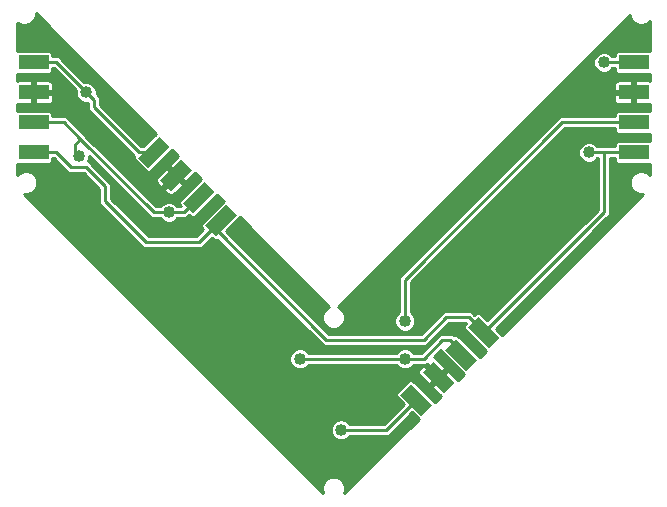
<source format=gbl>
G75*
%MOIN*%
%OFA0B0*%
%FSLAX25Y25*%
%IPPOS*%
%LPD*%
%AMOC8*
5,1,8,0,0,1.08239X$1,22.5*
%
%ADD10R,0.10000X0.05000*%
%ADD11C,0.01000*%
%ADD12C,0.04000*%
D10*
G36*
X0229066Y0116553D02*
X0236136Y0109483D01*
X0232600Y0105947D01*
X0225530Y0113017D01*
X0229066Y0116553D01*
G37*
G36*
X0236566Y0124053D02*
X0243636Y0116983D01*
X0240100Y0113447D01*
X0233030Y0120517D01*
X0236566Y0124053D01*
G37*
G36*
X0244066Y0131553D02*
X0251136Y0124483D01*
X0247600Y0120947D01*
X0240530Y0128017D01*
X0244066Y0131553D01*
G37*
G36*
X0251566Y0139053D02*
X0258636Y0131983D01*
X0255100Y0128447D01*
X0248030Y0135517D01*
X0251566Y0139053D01*
G37*
G36*
X0160530Y0169483D02*
X0167600Y0176553D01*
X0171136Y0173017D01*
X0164066Y0165947D01*
X0160530Y0169483D01*
G37*
G36*
X0153030Y0176983D02*
X0160100Y0184053D01*
X0163636Y0180517D01*
X0156566Y0173447D01*
X0153030Y0176983D01*
G37*
G36*
X0145530Y0184483D02*
X0152600Y0191553D01*
X0156136Y0188017D01*
X0149066Y0180947D01*
X0145530Y0184483D01*
G37*
G36*
X0138030Y0191983D02*
X0145100Y0199053D01*
X0148636Y0195517D01*
X0141566Y0188447D01*
X0138030Y0191983D01*
G37*
X0103333Y0193750D03*
X0103333Y0203750D03*
X0103333Y0213750D03*
X0103333Y0223750D03*
X0303333Y0223750D03*
X0303333Y0213750D03*
X0303333Y0203750D03*
X0303333Y0193750D03*
D11*
X0222472Y0105717D02*
X0174336Y0105717D01*
X0175334Y0104719D02*
X0205062Y0104719D01*
X0205137Y0104750D02*
X0203851Y0104217D01*
X0202866Y0103233D01*
X0202333Y0101946D01*
X0202333Y0100554D01*
X0202866Y0099267D01*
X0203851Y0098283D01*
X0205137Y0097750D01*
X0206530Y0097750D01*
X0207816Y0098283D01*
X0208783Y0099250D01*
X0221662Y0099250D01*
X0229561Y0107149D01*
X0231661Y0105048D01*
X0206710Y0080096D01*
X0207133Y0081119D01*
X0207133Y0082631D01*
X0206555Y0084028D01*
X0205486Y0085096D01*
X0204089Y0085675D01*
X0202577Y0085675D01*
X0201181Y0085096D01*
X0200112Y0084028D01*
X0199533Y0082631D01*
X0199533Y0081119D01*
X0199957Y0080096D01*
X0100103Y0179950D01*
X0101589Y0179950D01*
X0102986Y0180529D01*
X0104055Y0181597D01*
X0104633Y0182994D01*
X0104633Y0184506D01*
X0104055Y0185903D01*
X0102986Y0186971D01*
X0101589Y0187550D01*
X0100077Y0187550D01*
X0098681Y0186971D01*
X0097933Y0186224D01*
X0097933Y0189950D01*
X0108872Y0189950D01*
X0109633Y0190712D01*
X0109633Y0191750D01*
X0110005Y0191750D01*
X0113833Y0187922D01*
X0115005Y0186750D01*
X0120005Y0186750D01*
X0125083Y0181672D01*
X0125083Y0176672D01*
X0126255Y0175500D01*
X0138833Y0162922D01*
X0140005Y0161750D01*
X0159162Y0161750D01*
X0160333Y0162922D01*
X0162793Y0165381D01*
X0163527Y0164647D01*
X0164604Y0164647D01*
X0164606Y0164649D01*
X0198833Y0130422D01*
X0200005Y0129250D01*
X0234162Y0129250D01*
X0241662Y0136750D01*
X0247424Y0136750D01*
X0246730Y0136056D01*
X0246730Y0134979D01*
X0254161Y0127548D01*
X0252035Y0125422D01*
X0244604Y0132853D01*
X0243527Y0132853D01*
X0243418Y0132744D01*
X0242912Y0133250D01*
X0238755Y0133250D01*
X0232505Y0127000D01*
X0230033Y0127000D01*
X0229066Y0127967D01*
X0227780Y0128500D01*
X0226387Y0128500D01*
X0225101Y0127967D01*
X0224134Y0127000D01*
X0195033Y0127000D01*
X0194066Y0127967D01*
X0192780Y0128500D01*
X0191387Y0128500D01*
X0190101Y0127967D01*
X0189116Y0126983D01*
X0188583Y0125696D01*
X0188583Y0124304D01*
X0189116Y0123017D01*
X0190101Y0122033D01*
X0191387Y0121500D01*
X0192780Y0121500D01*
X0194066Y0122033D01*
X0195033Y0123000D01*
X0224134Y0123000D01*
X0225101Y0122033D01*
X0226387Y0121500D01*
X0227780Y0121500D01*
X0229066Y0122033D01*
X0230033Y0123000D01*
X0234162Y0123000D01*
X0234476Y0123314D01*
X0238333Y0119457D01*
X0237626Y0118750D01*
X0233384Y0122993D01*
X0231830Y0121439D01*
X0231632Y0121097D01*
X0231530Y0120715D01*
X0231530Y0120320D01*
X0231632Y0119939D01*
X0231830Y0119597D01*
X0235151Y0116275D01*
X0237626Y0118750D01*
X0238333Y0118043D01*
X0235858Y0115568D01*
X0239020Y0112406D01*
X0237035Y0110422D01*
X0229604Y0117853D01*
X0228527Y0117853D01*
X0224230Y0113556D01*
X0224230Y0112479D01*
X0226732Y0109977D01*
X0220005Y0103250D01*
X0208783Y0103250D01*
X0207816Y0104217D01*
X0206530Y0104750D01*
X0205137Y0104750D01*
X0206605Y0104719D02*
X0221474Y0104719D01*
X0220475Y0103720D02*
X0208313Y0103720D01*
X0205833Y0101250D02*
X0220833Y0101250D01*
X0230833Y0111250D01*
X0233752Y0113705D02*
X0237721Y0113705D01*
X0238720Y0112707D02*
X0234750Y0112707D01*
X0235749Y0111708D02*
X0238322Y0111708D01*
X0237323Y0110710D02*
X0236748Y0110710D01*
X0236723Y0114704D02*
X0232753Y0114704D01*
X0231755Y0115702D02*
X0235993Y0115702D01*
X0235577Y0116701D02*
X0236991Y0116701D01*
X0236576Y0117699D02*
X0237990Y0117699D01*
X0237678Y0118698D02*
X0237574Y0118698D01*
X0238333Y0119457D02*
X0239040Y0118750D01*
X0241515Y0121225D01*
X0244677Y0118063D01*
X0246661Y0120048D01*
X0239230Y0127479D01*
X0239230Y0128068D01*
X0236715Y0125553D01*
X0236763Y0125553D01*
X0237145Y0125451D01*
X0237487Y0125254D01*
X0240808Y0121932D01*
X0238333Y0119457D01*
X0238094Y0119696D02*
X0236680Y0119696D01*
X0237095Y0120695D02*
X0235681Y0120695D01*
X0236097Y0121693D02*
X0234683Y0121693D01*
X0235098Y0122692D02*
X0233684Y0122692D01*
X0233083Y0122692D02*
X0229725Y0122692D01*
X0228246Y0121693D02*
X0232084Y0121693D01*
X0231530Y0120695D02*
X0159358Y0120695D01*
X0158360Y0121693D02*
X0190920Y0121693D01*
X0189442Y0122692D02*
X0157361Y0122692D01*
X0156363Y0123690D02*
X0188837Y0123690D01*
X0188583Y0124689D02*
X0155364Y0124689D01*
X0154366Y0125687D02*
X0188583Y0125687D01*
X0188993Y0126686D02*
X0153367Y0126686D01*
X0152369Y0127684D02*
X0189818Y0127684D01*
X0192083Y0125000D02*
X0227083Y0125000D01*
X0233333Y0125000D01*
X0239583Y0131250D01*
X0242083Y0131250D01*
X0245833Y0127500D01*
X0245833Y0126250D01*
X0243019Y0123690D02*
X0239050Y0123690D01*
X0240048Y0122692D02*
X0244017Y0122692D01*
X0245016Y0121693D02*
X0240570Y0121693D01*
X0240985Y0120695D02*
X0239571Y0120695D01*
X0239987Y0119696D02*
X0238573Y0119696D01*
X0242045Y0120695D02*
X0246014Y0120695D01*
X0246310Y0119696D02*
X0243044Y0119696D01*
X0244042Y0118698D02*
X0245311Y0118698D01*
X0242020Y0124689D02*
X0238051Y0124689D01*
X0236849Y0125687D02*
X0241022Y0125687D01*
X0240023Y0126686D02*
X0237848Y0126686D01*
X0238846Y0127684D02*
X0239230Y0127684D01*
X0236185Y0130680D02*
X0235592Y0130680D01*
X0235186Y0129682D02*
X0234593Y0129682D01*
X0234188Y0128683D02*
X0151370Y0128683D01*
X0150372Y0129682D02*
X0199573Y0129682D01*
X0198575Y0130680D02*
X0149373Y0130680D01*
X0148375Y0131679D02*
X0197576Y0131679D01*
X0196578Y0132677D02*
X0147376Y0132677D01*
X0146378Y0133676D02*
X0195579Y0133676D01*
X0194581Y0134674D02*
X0145379Y0134674D01*
X0144381Y0135673D02*
X0193582Y0135673D01*
X0192584Y0136671D02*
X0143382Y0136671D01*
X0142384Y0137670D02*
X0191585Y0137670D01*
X0190587Y0138668D02*
X0141385Y0138668D01*
X0140387Y0139667D02*
X0189588Y0139667D01*
X0188590Y0140665D02*
X0139388Y0140665D01*
X0138389Y0141664D02*
X0187591Y0141664D01*
X0186593Y0142662D02*
X0137391Y0142662D01*
X0136392Y0143661D02*
X0185594Y0143661D01*
X0184596Y0144659D02*
X0135394Y0144659D01*
X0134395Y0145658D02*
X0183597Y0145658D01*
X0182599Y0146656D02*
X0133397Y0146656D01*
X0132398Y0147655D02*
X0181600Y0147655D01*
X0180602Y0148653D02*
X0131400Y0148653D01*
X0130401Y0149652D02*
X0179603Y0149652D01*
X0178605Y0150650D02*
X0129403Y0150650D01*
X0128404Y0151649D02*
X0177606Y0151649D01*
X0176608Y0152647D02*
X0127406Y0152647D01*
X0126407Y0153646D02*
X0175609Y0153646D01*
X0174611Y0154644D02*
X0125409Y0154644D01*
X0124410Y0155643D02*
X0173612Y0155643D01*
X0172614Y0156641D02*
X0123412Y0156641D01*
X0122413Y0157640D02*
X0171615Y0157640D01*
X0170617Y0158638D02*
X0121415Y0158638D01*
X0120416Y0159637D02*
X0169618Y0159637D01*
X0168620Y0160635D02*
X0119418Y0160635D01*
X0118419Y0161634D02*
X0167621Y0161634D01*
X0166623Y0162632D02*
X0160044Y0162632D01*
X0161043Y0163631D02*
X0165624Y0163631D01*
X0164625Y0164629D02*
X0162041Y0164629D01*
X0158333Y0163750D02*
X0140833Y0163750D01*
X0127083Y0177500D01*
X0127083Y0182500D01*
X0120833Y0188750D01*
X0115833Y0188750D01*
X0110833Y0193750D01*
X0103333Y0193750D01*
X0109633Y0191589D02*
X0110166Y0191589D01*
X0109513Y0190591D02*
X0111164Y0190591D01*
X0112163Y0189592D02*
X0097933Y0189592D01*
X0097933Y0188594D02*
X0113161Y0188594D01*
X0114160Y0187595D02*
X0097933Y0187595D01*
X0097933Y0186597D02*
X0098306Y0186597D01*
X0103361Y0186597D02*
X0120158Y0186597D01*
X0121157Y0185598D02*
X0104181Y0185598D01*
X0104594Y0184600D02*
X0122155Y0184600D01*
X0123154Y0183601D02*
X0104633Y0183601D01*
X0104471Y0182603D02*
X0124152Y0182603D01*
X0125083Y0181604D02*
X0104058Y0181604D01*
X0103063Y0180606D02*
X0125083Y0180606D01*
X0125083Y0179607D02*
X0100446Y0179607D01*
X0101445Y0178609D02*
X0125083Y0178609D01*
X0125083Y0177610D02*
X0102443Y0177610D01*
X0103442Y0176612D02*
X0125143Y0176612D01*
X0126142Y0175613D02*
X0104440Y0175613D01*
X0105439Y0174615D02*
X0127140Y0174615D01*
X0128139Y0173616D02*
X0106437Y0173616D01*
X0107436Y0172618D02*
X0129137Y0172618D01*
X0130136Y0171619D02*
X0108434Y0171619D01*
X0109433Y0170620D02*
X0131134Y0170620D01*
X0132133Y0169622D02*
X0110431Y0169622D01*
X0111430Y0168623D02*
X0133131Y0168623D01*
X0134130Y0167625D02*
X0112428Y0167625D01*
X0113427Y0166626D02*
X0135128Y0166626D01*
X0136127Y0165628D02*
X0114425Y0165628D01*
X0115424Y0164629D02*
X0137125Y0164629D01*
X0138124Y0163631D02*
X0116422Y0163631D01*
X0117421Y0162632D02*
X0139123Y0162632D01*
X0141662Y0165750D02*
X0129083Y0178328D01*
X0129083Y0183328D01*
X0122833Y0189578D01*
X0121662Y0190750D01*
X0121397Y0190750D01*
X0121833Y0191804D01*
X0121833Y0192422D01*
X0142505Y0171750D01*
X0145384Y0171750D01*
X0146351Y0170783D01*
X0147637Y0170250D01*
X0149030Y0170250D01*
X0150316Y0170783D01*
X0151283Y0171750D01*
X0154162Y0171750D01*
X0155293Y0172881D01*
X0156027Y0172147D01*
X0157104Y0172147D01*
X0164535Y0179578D01*
X0166661Y0177452D01*
X0159230Y0170021D01*
X0159230Y0168944D01*
X0159964Y0168209D01*
X0157505Y0165750D01*
X0141662Y0165750D01*
X0140785Y0166626D02*
X0158381Y0166626D01*
X0159380Y0167625D02*
X0139787Y0167625D01*
X0138788Y0168623D02*
X0159550Y0168623D01*
X0159230Y0169622D02*
X0137790Y0169622D01*
X0136791Y0170620D02*
X0146743Y0170620D01*
X0145515Y0171619D02*
X0135793Y0171619D01*
X0134794Y0172618D02*
X0141637Y0172618D01*
X0140639Y0173616D02*
X0133796Y0173616D01*
X0132797Y0174615D02*
X0139640Y0174615D01*
X0138642Y0175613D02*
X0131799Y0175613D01*
X0130800Y0176612D02*
X0137643Y0176612D01*
X0136645Y0177610D02*
X0129802Y0177610D01*
X0129083Y0178609D02*
X0135646Y0178609D01*
X0134648Y0179607D02*
X0129083Y0179607D01*
X0129083Y0180606D02*
X0133649Y0180606D01*
X0132651Y0181604D02*
X0129083Y0181604D01*
X0129083Y0182603D02*
X0131652Y0182603D01*
X0130654Y0183601D02*
X0128811Y0183601D01*
X0129655Y0184600D02*
X0127812Y0184600D01*
X0128657Y0185598D02*
X0126814Y0185598D01*
X0127658Y0186597D02*
X0125815Y0186597D01*
X0126660Y0187595D02*
X0124817Y0187595D01*
X0125661Y0188594D02*
X0123818Y0188594D01*
X0124663Y0189592D02*
X0122820Y0189592D01*
X0123664Y0190591D02*
X0121821Y0190591D01*
X0121744Y0191589D02*
X0122666Y0191589D01*
X0125327Y0194585D02*
X0134670Y0194585D01*
X0133672Y0195583D02*
X0124328Y0195583D01*
X0123330Y0196582D02*
X0132673Y0196582D01*
X0131675Y0197580D02*
X0122331Y0197580D01*
X0121333Y0198579D02*
X0130676Y0198579D01*
X0129678Y0199577D02*
X0120334Y0199577D01*
X0119787Y0200125D02*
X0114162Y0205750D01*
X0109633Y0205750D01*
X0109633Y0206788D01*
X0108872Y0207550D01*
X0097933Y0207550D01*
X0097933Y0209804D01*
X0098136Y0209750D01*
X0102833Y0209750D01*
X0102833Y0213250D01*
X0103833Y0213250D01*
X0103833Y0209750D01*
X0108531Y0209750D01*
X0108912Y0209852D01*
X0109254Y0210050D01*
X0109534Y0210329D01*
X0109731Y0210671D01*
X0109833Y0211053D01*
X0109833Y0213250D01*
X0103833Y0213250D01*
X0103833Y0214250D01*
X0102833Y0214250D01*
X0102833Y0217750D01*
X0098136Y0217750D01*
X0097933Y0217696D01*
X0097933Y0219950D01*
X0108872Y0219950D01*
X0109633Y0220712D01*
X0109633Y0221750D01*
X0110005Y0221750D01*
X0117333Y0214422D01*
X0117333Y0213054D01*
X0117866Y0211767D01*
X0118851Y0210783D01*
X0120137Y0210250D01*
X0121333Y0210250D01*
X0121333Y0209578D01*
X0121333Y0207922D01*
X0136333Y0192922D01*
X0136333Y0192922D01*
X0136732Y0192523D01*
X0136730Y0192521D01*
X0136730Y0191444D01*
X0141027Y0187147D01*
X0142104Y0187147D01*
X0149535Y0194578D01*
X0151520Y0192593D01*
X0148358Y0189432D01*
X0150833Y0186957D01*
X0150126Y0186250D01*
X0150833Y0185543D01*
X0146591Y0181300D01*
X0148145Y0179746D01*
X0148487Y0179549D01*
X0148868Y0179447D01*
X0149263Y0179447D01*
X0149645Y0179549D01*
X0149987Y0179746D01*
X0153308Y0183068D01*
X0150833Y0185543D01*
X0151540Y0186250D01*
X0154015Y0183775D01*
X0157177Y0186937D01*
X0159161Y0184952D01*
X0151730Y0177521D01*
X0151730Y0176444D01*
X0152424Y0175750D01*
X0151283Y0175750D01*
X0150316Y0176717D01*
X0149030Y0177250D01*
X0147637Y0177250D01*
X0146351Y0176717D01*
X0145384Y0175750D01*
X0144162Y0175750D01*
X0120958Y0198953D01*
X0119787Y0200125D01*
X0119336Y0200576D02*
X0128679Y0200576D01*
X0127681Y0201574D02*
X0118337Y0201574D01*
X0117339Y0202573D02*
X0126682Y0202573D01*
X0125684Y0203571D02*
X0116340Y0203571D01*
X0115342Y0204570D02*
X0124685Y0204570D01*
X0123687Y0205568D02*
X0114343Y0205568D01*
X0113333Y0203750D02*
X0118958Y0198125D01*
X0117083Y0196250D01*
X0117083Y0193750D01*
X0118333Y0192500D01*
X0118958Y0198125D02*
X0143333Y0173750D01*
X0148333Y0173750D01*
X0153333Y0173750D01*
X0158333Y0178750D01*
X0155813Y0181604D02*
X0151844Y0181604D01*
X0150846Y0180606D02*
X0154815Y0180606D01*
X0153816Y0179607D02*
X0149745Y0179607D01*
X0148386Y0179607D02*
X0140305Y0179607D01*
X0141303Y0178609D02*
X0152818Y0178609D01*
X0151819Y0177610D02*
X0142302Y0177610D01*
X0143300Y0176612D02*
X0146245Y0176612D01*
X0150422Y0176612D02*
X0151730Y0176612D01*
X0155029Y0172618D02*
X0155556Y0172618D01*
X0157575Y0172618D02*
X0161827Y0172618D01*
X0162825Y0173616D02*
X0158573Y0173616D01*
X0159572Y0174615D02*
X0163824Y0174615D01*
X0164822Y0175613D02*
X0160570Y0175613D01*
X0161569Y0176612D02*
X0165821Y0176612D01*
X0166503Y0177610D02*
X0162567Y0177610D01*
X0163566Y0178609D02*
X0165505Y0178609D01*
X0158809Y0184600D02*
X0154840Y0184600D01*
X0155838Y0185598D02*
X0158515Y0185598D01*
X0157517Y0186597D02*
X0156837Y0186597D01*
X0157810Y0183601D02*
X0152775Y0183601D01*
X0152843Y0182603D02*
X0156812Y0182603D01*
X0153191Y0184600D02*
X0151777Y0184600D01*
X0152192Y0185598D02*
X0150889Y0185598D01*
X0150778Y0185598D02*
X0149474Y0185598D01*
X0150126Y0186250D02*
X0145884Y0182007D01*
X0144330Y0183561D01*
X0144132Y0183903D01*
X0144030Y0184285D01*
X0144030Y0184680D01*
X0144132Y0185061D01*
X0144330Y0185403D01*
X0147651Y0188725D01*
X0150126Y0186250D01*
X0149780Y0186597D02*
X0150473Y0186597D01*
X0150833Y0186250D02*
X0145833Y0181250D01*
X0142083Y0181250D01*
X0139306Y0180606D02*
X0147285Y0180606D01*
X0146895Y0181604D02*
X0138308Y0181604D01*
X0137309Y0182603D02*
X0145288Y0182603D01*
X0146479Y0182603D02*
X0147893Y0182603D01*
X0147477Y0183601D02*
X0148892Y0183601D01*
X0148476Y0184600D02*
X0149890Y0184600D01*
X0145523Y0186597D02*
X0133315Y0186597D01*
X0132317Y0187595D02*
X0140579Y0187595D01*
X0139580Y0188594D02*
X0131318Y0188594D01*
X0130320Y0189592D02*
X0138582Y0189592D01*
X0137583Y0190591D02*
X0129321Y0190591D01*
X0128323Y0191589D02*
X0136730Y0191589D01*
X0136667Y0192588D02*
X0127324Y0192588D01*
X0126325Y0193586D02*
X0135669Y0193586D01*
X0138333Y0193750D02*
X0123333Y0208750D01*
X0123333Y0211250D01*
X0120833Y0213750D01*
X0110833Y0223750D01*
X0103333Y0223750D01*
X0108333Y0223750D01*
X0109633Y0225750D02*
X0109633Y0226788D01*
X0108872Y0227550D01*
X0097933Y0227550D01*
X0097933Y0236901D01*
X0098056Y0236779D01*
X0099452Y0236200D01*
X0100964Y0236200D01*
X0102361Y0236779D01*
X0103430Y0237847D01*
X0104008Y0239244D01*
X0104008Y0240105D01*
X0144161Y0199952D01*
X0139959Y0195750D01*
X0139162Y0195750D01*
X0125333Y0209578D01*
X0125333Y0212078D01*
X0124333Y0213078D01*
X0124333Y0214446D01*
X0123800Y0215733D01*
X0122816Y0216717D01*
X0121530Y0217250D01*
X0120162Y0217250D01*
X0112833Y0224578D01*
X0111662Y0225750D01*
X0109633Y0225750D01*
X0109633Y0226537D02*
X0117576Y0226537D01*
X0116578Y0227536D02*
X0108886Y0227536D01*
X0111873Y0225539D02*
X0118575Y0225539D01*
X0119573Y0224540D02*
X0112872Y0224540D01*
X0112833Y0224578D02*
X0112833Y0224578D01*
X0113870Y0223542D02*
X0120572Y0223542D01*
X0121570Y0222543D02*
X0114869Y0222543D01*
X0115867Y0221545D02*
X0122569Y0221545D01*
X0123567Y0220546D02*
X0116866Y0220546D01*
X0117864Y0219548D02*
X0124566Y0219548D01*
X0125564Y0218549D02*
X0118863Y0218549D01*
X0119861Y0217551D02*
X0126563Y0217551D01*
X0127561Y0216552D02*
X0122981Y0216552D01*
X0123875Y0215553D02*
X0128560Y0215553D01*
X0129559Y0214555D02*
X0124288Y0214555D01*
X0124333Y0213556D02*
X0130557Y0213556D01*
X0131556Y0212558D02*
X0124854Y0212558D01*
X0125333Y0211559D02*
X0132554Y0211559D01*
X0133553Y0210561D02*
X0125333Y0210561D01*
X0125349Y0209562D02*
X0134551Y0209562D01*
X0135550Y0208564D02*
X0126348Y0208564D01*
X0127346Y0207565D02*
X0136548Y0207565D01*
X0137547Y0206567D02*
X0128345Y0206567D01*
X0129343Y0205568D02*
X0138545Y0205568D01*
X0139544Y0204570D02*
X0130342Y0204570D01*
X0131340Y0203571D02*
X0140542Y0203571D01*
X0141541Y0202573D02*
X0132339Y0202573D01*
X0133337Y0201574D02*
X0142539Y0201574D01*
X0143538Y0200576D02*
X0134336Y0200576D01*
X0135334Y0199577D02*
X0143787Y0199577D01*
X0142788Y0198579D02*
X0136333Y0198579D01*
X0137331Y0197580D02*
X0141790Y0197580D01*
X0140791Y0196582D02*
X0138330Y0196582D01*
X0138333Y0193750D02*
X0143333Y0193750D01*
X0145548Y0190591D02*
X0149517Y0190591D01*
X0150516Y0191589D02*
X0146547Y0191589D01*
X0147545Y0192588D02*
X0151514Y0192588D01*
X0150527Y0193586D02*
X0148544Y0193586D01*
X0148519Y0189592D02*
X0144550Y0189592D01*
X0143551Y0188594D02*
X0147520Y0188594D01*
X0147783Y0188594D02*
X0149197Y0188594D01*
X0148781Y0187595D02*
X0150195Y0187595D01*
X0146522Y0187595D02*
X0142553Y0187595D01*
X0144525Y0185598D02*
X0134314Y0185598D01*
X0135312Y0184600D02*
X0144030Y0184600D01*
X0144307Y0183601D02*
X0136311Y0183601D01*
X0149924Y0170620D02*
X0159830Y0170620D01*
X0160828Y0171619D02*
X0151152Y0171619D01*
X0158333Y0163750D02*
X0163333Y0168750D01*
X0165833Y0171250D01*
X0163333Y0168750D02*
X0200833Y0131250D01*
X0233333Y0131250D01*
X0240833Y0138750D01*
X0248333Y0138750D01*
X0253333Y0133750D01*
X0293333Y0173750D01*
X0293333Y0193750D01*
X0288333Y0193750D01*
X0303333Y0193750D01*
X0308733Y0189950D02*
X0297795Y0189950D01*
X0297033Y0190712D01*
X0297033Y0191750D01*
X0295333Y0191750D01*
X0295333Y0172922D01*
X0294162Y0171750D01*
X0257435Y0135023D01*
X0259535Y0132922D01*
X0306563Y0179950D01*
X0305077Y0179950D01*
X0303681Y0180529D01*
X0302612Y0181597D01*
X0302033Y0182994D01*
X0302033Y0184506D01*
X0302612Y0185903D01*
X0303681Y0186971D01*
X0305077Y0187550D01*
X0306589Y0187550D01*
X0307986Y0186971D01*
X0308733Y0186224D01*
X0308733Y0189950D01*
X0308733Y0189592D02*
X0295333Y0189592D01*
X0295333Y0188594D02*
X0308733Y0188594D01*
X0308733Y0187595D02*
X0295333Y0187595D01*
X0295333Y0186597D02*
X0303306Y0186597D01*
X0302486Y0185598D02*
X0295333Y0185598D01*
X0295333Y0184600D02*
X0302072Y0184600D01*
X0302033Y0183601D02*
X0295333Y0183601D01*
X0295333Y0182603D02*
X0302195Y0182603D01*
X0302609Y0181604D02*
X0295333Y0181604D01*
X0295333Y0180606D02*
X0303604Y0180606D01*
X0305222Y0178609D02*
X0295333Y0178609D01*
X0295333Y0179607D02*
X0306221Y0179607D01*
X0304224Y0177610D02*
X0295333Y0177610D01*
X0295333Y0176612D02*
X0303225Y0176612D01*
X0302227Y0175613D02*
X0295333Y0175613D01*
X0295333Y0174615D02*
X0301228Y0174615D01*
X0300230Y0173616D02*
X0295333Y0173616D01*
X0295029Y0172618D02*
X0299231Y0172618D01*
X0298232Y0171619D02*
X0294031Y0171619D01*
X0293032Y0170620D02*
X0297234Y0170620D01*
X0296235Y0169622D02*
X0292034Y0169622D01*
X0291035Y0168623D02*
X0295237Y0168623D01*
X0294238Y0167625D02*
X0290037Y0167625D01*
X0289038Y0166626D02*
X0293240Y0166626D01*
X0292241Y0165628D02*
X0288040Y0165628D01*
X0287041Y0164629D02*
X0291243Y0164629D01*
X0290244Y0163631D02*
X0286043Y0163631D01*
X0285044Y0162632D02*
X0289246Y0162632D01*
X0288247Y0161634D02*
X0284046Y0161634D01*
X0283047Y0160635D02*
X0287249Y0160635D01*
X0286250Y0159637D02*
X0282049Y0159637D01*
X0281050Y0158638D02*
X0285252Y0158638D01*
X0284253Y0157640D02*
X0280052Y0157640D01*
X0279053Y0156641D02*
X0283255Y0156641D01*
X0282256Y0155643D02*
X0278055Y0155643D01*
X0277056Y0154644D02*
X0281258Y0154644D01*
X0280259Y0153646D02*
X0276058Y0153646D01*
X0275059Y0152647D02*
X0279261Y0152647D01*
X0278262Y0151649D02*
X0274061Y0151649D01*
X0273062Y0150650D02*
X0277264Y0150650D01*
X0276265Y0149652D02*
X0272063Y0149652D01*
X0271065Y0148653D02*
X0275267Y0148653D01*
X0274268Y0147655D02*
X0270066Y0147655D01*
X0269068Y0146656D02*
X0273270Y0146656D01*
X0272271Y0145658D02*
X0268069Y0145658D01*
X0267071Y0144659D02*
X0271273Y0144659D01*
X0270274Y0143661D02*
X0266072Y0143661D01*
X0265074Y0142662D02*
X0269276Y0142662D01*
X0268277Y0141664D02*
X0264075Y0141664D01*
X0263077Y0140665D02*
X0267279Y0140665D01*
X0266280Y0139667D02*
X0262078Y0139667D01*
X0261080Y0138668D02*
X0265282Y0138668D01*
X0264283Y0137670D02*
X0260081Y0137670D01*
X0259083Y0136671D02*
X0263285Y0136671D01*
X0262286Y0135673D02*
X0258084Y0135673D01*
X0257783Y0134674D02*
X0261288Y0134674D01*
X0260289Y0133676D02*
X0258782Y0133676D01*
X0254606Y0137851D02*
X0252104Y0140353D01*
X0251027Y0140353D01*
X0250293Y0139619D01*
X0249162Y0140750D01*
X0240005Y0140750D01*
X0238833Y0139578D01*
X0232505Y0133250D01*
X0201662Y0133250D01*
X0167435Y0167477D01*
X0172035Y0172078D01*
X0201860Y0142253D01*
X0201181Y0141971D01*
X0200112Y0140903D01*
X0199533Y0139506D01*
X0199533Y0137994D01*
X0200112Y0136597D01*
X0201181Y0135529D01*
X0202577Y0134950D01*
X0204089Y0134950D01*
X0205486Y0135529D01*
X0206555Y0136597D01*
X0207133Y0137994D01*
X0207133Y0139506D01*
X0206555Y0140903D01*
X0205486Y0141971D01*
X0204806Y0142253D01*
X0205433Y0142880D01*
X0302033Y0239480D01*
X0302033Y0239244D01*
X0302612Y0237847D01*
X0303681Y0236779D01*
X0305077Y0236200D01*
X0306589Y0236200D01*
X0307986Y0236779D01*
X0308733Y0237526D01*
X0308733Y0227550D01*
X0297795Y0227550D01*
X0297033Y0226788D01*
X0297033Y0225750D01*
X0296283Y0225750D01*
X0295316Y0226717D01*
X0294030Y0227250D01*
X0292637Y0227250D01*
X0291351Y0226717D01*
X0290366Y0225733D01*
X0289833Y0224446D01*
X0289833Y0223054D01*
X0290366Y0221767D01*
X0291351Y0220783D01*
X0292637Y0220250D01*
X0294030Y0220250D01*
X0295316Y0220783D01*
X0296283Y0221750D01*
X0297033Y0221750D01*
X0297033Y0220712D01*
X0297795Y0219950D01*
X0308733Y0219950D01*
X0308733Y0217696D01*
X0308531Y0217750D01*
X0303833Y0217750D01*
X0303833Y0214250D01*
X0302833Y0214250D01*
X0302833Y0213250D01*
X0296833Y0213250D01*
X0296833Y0211053D01*
X0296936Y0210671D01*
X0297133Y0210329D01*
X0297412Y0210050D01*
X0297754Y0209852D01*
X0298136Y0209750D01*
X0302833Y0209750D01*
X0302833Y0213250D01*
X0303833Y0213250D01*
X0303833Y0209750D01*
X0308531Y0209750D01*
X0308733Y0209804D01*
X0308733Y0207550D01*
X0297795Y0207550D01*
X0297033Y0206788D01*
X0297033Y0205750D01*
X0278755Y0205750D01*
X0226255Y0153250D01*
X0225083Y0152078D01*
X0225083Y0140450D01*
X0224116Y0139483D01*
X0223583Y0138196D01*
X0223583Y0136804D01*
X0224116Y0135517D01*
X0225101Y0134533D01*
X0226387Y0134000D01*
X0227780Y0134000D01*
X0229066Y0134533D01*
X0230050Y0135517D01*
X0230583Y0136804D01*
X0230583Y0138196D01*
X0230050Y0139483D01*
X0229083Y0140450D01*
X0229083Y0150422D01*
X0280412Y0201750D01*
X0297033Y0201750D01*
X0297033Y0200712D01*
X0297795Y0199950D01*
X0308733Y0199950D01*
X0308733Y0197550D01*
X0297795Y0197550D01*
X0297033Y0196788D01*
X0297033Y0195750D01*
X0291283Y0195750D01*
X0290316Y0196717D01*
X0289030Y0197250D01*
X0287637Y0197250D01*
X0286351Y0196717D01*
X0285366Y0195733D01*
X0284833Y0194446D01*
X0284833Y0193054D01*
X0285366Y0191767D01*
X0286351Y0190783D01*
X0287637Y0190250D01*
X0289030Y0190250D01*
X0290316Y0190783D01*
X0291283Y0191750D01*
X0291333Y0191750D01*
X0291333Y0174578D01*
X0254606Y0137851D01*
X0253789Y0138668D02*
X0255423Y0138668D01*
X0256422Y0139667D02*
X0252791Y0139667D01*
X0250340Y0139667D02*
X0250245Y0139667D01*
X0249247Y0140665D02*
X0257420Y0140665D01*
X0258419Y0141664D02*
X0229083Y0141664D01*
X0229083Y0142662D02*
X0259417Y0142662D01*
X0260416Y0143661D02*
X0229083Y0143661D01*
X0229083Y0144659D02*
X0261414Y0144659D01*
X0262413Y0145658D02*
X0229083Y0145658D01*
X0229083Y0146656D02*
X0263411Y0146656D01*
X0264410Y0147655D02*
X0229083Y0147655D01*
X0229083Y0148653D02*
X0265408Y0148653D01*
X0266407Y0149652D02*
X0229083Y0149652D01*
X0229312Y0150650D02*
X0267405Y0150650D01*
X0268404Y0151649D02*
X0230311Y0151649D01*
X0231309Y0152647D02*
X0269402Y0152647D01*
X0270401Y0153646D02*
X0232308Y0153646D01*
X0233306Y0154644D02*
X0271399Y0154644D01*
X0272398Y0155643D02*
X0234305Y0155643D01*
X0235303Y0156641D02*
X0273396Y0156641D01*
X0274395Y0157640D02*
X0236302Y0157640D01*
X0237300Y0158638D02*
X0275393Y0158638D01*
X0276392Y0159637D02*
X0238299Y0159637D01*
X0239297Y0160635D02*
X0277390Y0160635D01*
X0278389Y0161634D02*
X0240296Y0161634D01*
X0241294Y0162632D02*
X0279387Y0162632D01*
X0280386Y0163631D02*
X0242293Y0163631D01*
X0243291Y0164629D02*
X0281384Y0164629D01*
X0282383Y0165628D02*
X0244290Y0165628D01*
X0245288Y0166626D02*
X0283381Y0166626D01*
X0284380Y0167625D02*
X0246287Y0167625D01*
X0247285Y0168623D02*
X0285378Y0168623D01*
X0286377Y0169622D02*
X0248284Y0169622D01*
X0249282Y0170620D02*
X0287375Y0170620D01*
X0288374Y0171619D02*
X0250281Y0171619D01*
X0251279Y0172618D02*
X0289372Y0172618D01*
X0290371Y0173616D02*
X0252278Y0173616D01*
X0253276Y0174615D02*
X0291333Y0174615D01*
X0291333Y0175613D02*
X0254275Y0175613D01*
X0255273Y0176612D02*
X0291333Y0176612D01*
X0291333Y0177610D02*
X0256272Y0177610D01*
X0257270Y0178609D02*
X0291333Y0178609D01*
X0291333Y0179607D02*
X0258269Y0179607D01*
X0259267Y0180606D02*
X0291333Y0180606D01*
X0291333Y0181604D02*
X0260266Y0181604D01*
X0261264Y0182603D02*
X0291333Y0182603D01*
X0291333Y0183601D02*
X0262263Y0183601D01*
X0263261Y0184600D02*
X0291333Y0184600D01*
X0291333Y0185598D02*
X0264260Y0185598D01*
X0265258Y0186597D02*
X0291333Y0186597D01*
X0291333Y0187595D02*
X0266257Y0187595D01*
X0267255Y0188594D02*
X0291333Y0188594D01*
X0291333Y0189592D02*
X0268254Y0189592D01*
X0269252Y0190591D02*
X0286815Y0190591D01*
X0285544Y0191589D02*
X0270251Y0191589D01*
X0271249Y0192588D02*
X0285026Y0192588D01*
X0284833Y0193586D02*
X0272248Y0193586D01*
X0273247Y0194585D02*
X0284891Y0194585D01*
X0285304Y0195583D02*
X0274245Y0195583D01*
X0275244Y0196582D02*
X0286215Y0196582D01*
X0290451Y0196582D02*
X0297033Y0196582D01*
X0297169Y0200576D02*
X0279238Y0200576D01*
X0280236Y0201574D02*
X0297033Y0201574D01*
X0303333Y0203750D02*
X0279583Y0203750D01*
X0227083Y0151250D01*
X0227083Y0137500D01*
X0223583Y0137670D02*
X0206999Y0137670D01*
X0207133Y0138668D02*
X0223779Y0138668D01*
X0224300Y0139667D02*
X0207067Y0139667D01*
X0206653Y0140665D02*
X0225083Y0140665D01*
X0225083Y0141664D02*
X0205794Y0141664D01*
X0205215Y0142662D02*
X0225083Y0142662D01*
X0225083Y0143661D02*
X0206214Y0143661D01*
X0207212Y0144659D02*
X0225083Y0144659D01*
X0225083Y0145658D02*
X0208211Y0145658D01*
X0209209Y0146656D02*
X0225083Y0146656D01*
X0225083Y0147655D02*
X0210208Y0147655D01*
X0211206Y0148653D02*
X0225083Y0148653D01*
X0225083Y0149652D02*
X0212205Y0149652D01*
X0213203Y0150650D02*
X0225083Y0150650D01*
X0225083Y0151649D02*
X0214202Y0151649D01*
X0215200Y0152647D02*
X0225652Y0152647D01*
X0226651Y0153646D02*
X0216199Y0153646D01*
X0217197Y0154644D02*
X0227649Y0154644D01*
X0228648Y0155643D02*
X0218196Y0155643D01*
X0219194Y0156641D02*
X0229646Y0156641D01*
X0230645Y0157640D02*
X0220193Y0157640D01*
X0221192Y0158638D02*
X0231643Y0158638D01*
X0232642Y0159637D02*
X0222190Y0159637D01*
X0223189Y0160635D02*
X0233640Y0160635D01*
X0234639Y0161634D02*
X0224187Y0161634D01*
X0225186Y0162632D02*
X0235637Y0162632D01*
X0236636Y0163631D02*
X0226184Y0163631D01*
X0227183Y0164629D02*
X0237634Y0164629D01*
X0238633Y0165628D02*
X0228181Y0165628D01*
X0229180Y0166626D02*
X0239631Y0166626D01*
X0240630Y0167625D02*
X0230178Y0167625D01*
X0231177Y0168623D02*
X0241628Y0168623D01*
X0242627Y0169622D02*
X0232175Y0169622D01*
X0233174Y0170620D02*
X0243625Y0170620D01*
X0244624Y0171619D02*
X0234172Y0171619D01*
X0235171Y0172618D02*
X0245622Y0172618D01*
X0246621Y0173616D02*
X0236169Y0173616D01*
X0237168Y0174615D02*
X0247619Y0174615D01*
X0248618Y0175613D02*
X0238166Y0175613D01*
X0239165Y0176612D02*
X0249616Y0176612D01*
X0250615Y0177610D02*
X0240163Y0177610D01*
X0241162Y0178609D02*
X0251613Y0178609D01*
X0252612Y0179607D02*
X0242160Y0179607D01*
X0243159Y0180606D02*
X0253611Y0180606D01*
X0254609Y0181604D02*
X0244157Y0181604D01*
X0245156Y0182603D02*
X0255608Y0182603D01*
X0256606Y0183601D02*
X0246154Y0183601D01*
X0247153Y0184600D02*
X0257605Y0184600D01*
X0258603Y0185598D02*
X0248151Y0185598D01*
X0249150Y0186597D02*
X0259602Y0186597D01*
X0260600Y0187595D02*
X0250148Y0187595D01*
X0251147Y0188594D02*
X0261599Y0188594D01*
X0262597Y0189592D02*
X0252145Y0189592D01*
X0253144Y0190591D02*
X0263596Y0190591D01*
X0264594Y0191589D02*
X0254142Y0191589D01*
X0255141Y0192588D02*
X0265593Y0192588D01*
X0266591Y0193586D02*
X0256139Y0193586D01*
X0257138Y0194585D02*
X0267590Y0194585D01*
X0268588Y0195583D02*
X0258136Y0195583D01*
X0259135Y0196582D02*
X0269587Y0196582D01*
X0270585Y0197580D02*
X0260133Y0197580D01*
X0261132Y0198579D02*
X0271584Y0198579D01*
X0272582Y0199577D02*
X0262130Y0199577D01*
X0263129Y0200576D02*
X0273581Y0200576D01*
X0274579Y0201574D02*
X0264127Y0201574D01*
X0265126Y0202573D02*
X0275578Y0202573D01*
X0276576Y0203571D02*
X0266125Y0203571D01*
X0267123Y0204570D02*
X0277575Y0204570D01*
X0278573Y0205568D02*
X0268122Y0205568D01*
X0269120Y0206567D02*
X0297033Y0206567D01*
X0296999Y0210561D02*
X0273114Y0210561D01*
X0272116Y0209562D02*
X0308733Y0209562D01*
X0308733Y0208564D02*
X0271117Y0208564D01*
X0270119Y0207565D02*
X0308733Y0207565D01*
X0303833Y0210561D02*
X0302833Y0210561D01*
X0302833Y0211559D02*
X0303833Y0211559D01*
X0303833Y0212558D02*
X0302833Y0212558D01*
X0302833Y0213556D02*
X0276110Y0213556D01*
X0275111Y0212558D02*
X0296833Y0212558D01*
X0296833Y0211559D02*
X0274113Y0211559D01*
X0277108Y0214555D02*
X0296833Y0214555D01*
X0296833Y0214250D02*
X0302833Y0214250D01*
X0302833Y0217750D01*
X0298136Y0217750D01*
X0297754Y0217648D01*
X0297412Y0217450D01*
X0297133Y0217171D01*
X0296936Y0216829D01*
X0296833Y0216447D01*
X0296833Y0214250D01*
X0296833Y0215553D02*
X0278107Y0215553D01*
X0279105Y0216552D02*
X0296861Y0216552D01*
X0297586Y0217551D02*
X0280104Y0217551D01*
X0281102Y0218549D02*
X0308733Y0218549D01*
X0308733Y0219548D02*
X0282101Y0219548D01*
X0283099Y0220546D02*
X0291922Y0220546D01*
X0290589Y0221545D02*
X0284098Y0221545D01*
X0285096Y0222543D02*
X0290045Y0222543D01*
X0289833Y0223542D02*
X0286095Y0223542D01*
X0287093Y0224540D02*
X0289872Y0224540D01*
X0290286Y0225539D02*
X0288092Y0225539D01*
X0289090Y0226537D02*
X0291171Y0226537D01*
X0290089Y0227536D02*
X0297780Y0227536D01*
X0297033Y0226537D02*
X0295496Y0226537D01*
X0293333Y0223750D02*
X0303333Y0223750D01*
X0297033Y0221545D02*
X0296078Y0221545D01*
X0297199Y0220546D02*
X0294744Y0220546D01*
X0302833Y0217551D02*
X0303833Y0217551D01*
X0303833Y0216552D02*
X0302833Y0216552D01*
X0302833Y0215553D02*
X0303833Y0215553D01*
X0303833Y0214555D02*
X0302833Y0214555D01*
X0308733Y0228534D02*
X0291087Y0228534D01*
X0292086Y0229533D02*
X0308733Y0229533D01*
X0308733Y0230531D02*
X0293084Y0230531D01*
X0294083Y0231530D02*
X0308733Y0231530D01*
X0308733Y0232528D02*
X0295081Y0232528D01*
X0296080Y0233527D02*
X0308733Y0233527D01*
X0308733Y0234525D02*
X0297078Y0234525D01*
X0298077Y0235524D02*
X0308733Y0235524D01*
X0308733Y0236522D02*
X0307367Y0236522D01*
X0308728Y0237521D02*
X0308733Y0237521D01*
X0304300Y0236522D02*
X0299075Y0236522D01*
X0300074Y0237521D02*
X0302939Y0237521D01*
X0302334Y0238519D02*
X0301072Y0238519D01*
X0308733Y0199577D02*
X0278239Y0199577D01*
X0277241Y0198579D02*
X0308733Y0198579D01*
X0308733Y0197580D02*
X0276242Y0197580D01*
X0289852Y0190591D02*
X0291333Y0190591D01*
X0291333Y0191589D02*
X0291122Y0191589D01*
X0295333Y0191589D02*
X0297033Y0191589D01*
X0297154Y0190591D02*
X0295333Y0190591D01*
X0308361Y0186597D02*
X0308733Y0186597D01*
X0239920Y0140665D02*
X0229083Y0140665D01*
X0229866Y0139667D02*
X0238922Y0139667D01*
X0237923Y0138668D02*
X0230388Y0138668D01*
X0230583Y0137670D02*
X0236925Y0137670D01*
X0235926Y0136671D02*
X0230528Y0136671D01*
X0230115Y0135673D02*
X0234927Y0135673D01*
X0233929Y0134674D02*
X0229207Y0134674D01*
X0232930Y0133676D02*
X0201236Y0133676D01*
X0200238Y0134674D02*
X0224959Y0134674D01*
X0224052Y0135673D02*
X0205630Y0135673D01*
X0206585Y0136671D02*
X0223638Y0136671D01*
X0236590Y0131679D02*
X0237183Y0131679D01*
X0237589Y0132677D02*
X0238182Y0132677D01*
X0238587Y0133676D02*
X0248034Y0133676D01*
X0247035Y0134674D02*
X0239586Y0134674D01*
X0240584Y0135673D02*
X0246730Y0135673D01*
X0247345Y0136671D02*
X0241583Y0136671D01*
X0244780Y0132677D02*
X0249032Y0132677D01*
X0250031Y0131679D02*
X0245779Y0131679D01*
X0246777Y0130680D02*
X0251029Y0130680D01*
X0252028Y0129682D02*
X0247776Y0129682D01*
X0248774Y0128683D02*
X0253026Y0128683D01*
X0254025Y0127684D02*
X0249773Y0127684D01*
X0250771Y0126686D02*
X0253299Y0126686D01*
X0252301Y0125687D02*
X0251770Y0125687D01*
X0233189Y0127684D02*
X0229349Y0127684D01*
X0224818Y0127684D02*
X0194349Y0127684D01*
X0194725Y0122692D02*
X0224442Y0122692D01*
X0225920Y0121693D02*
X0193246Y0121693D01*
X0199239Y0135673D02*
X0201037Y0135673D01*
X0200081Y0136671D02*
X0198241Y0136671D01*
X0197242Y0137670D02*
X0199668Y0137670D01*
X0199533Y0138668D02*
X0196244Y0138668D01*
X0195245Y0139667D02*
X0199600Y0139667D01*
X0200014Y0140665D02*
X0194247Y0140665D01*
X0193248Y0141664D02*
X0200873Y0141664D01*
X0201451Y0142662D02*
X0192250Y0142662D01*
X0191251Y0143661D02*
X0200453Y0143661D01*
X0199454Y0144659D02*
X0190253Y0144659D01*
X0189254Y0145658D02*
X0198456Y0145658D01*
X0197457Y0146656D02*
X0188256Y0146656D01*
X0187257Y0147655D02*
X0196459Y0147655D01*
X0195460Y0148653D02*
X0186259Y0148653D01*
X0185260Y0149652D02*
X0194462Y0149652D01*
X0193463Y0150650D02*
X0184261Y0150650D01*
X0183263Y0151649D02*
X0192465Y0151649D01*
X0191466Y0152647D02*
X0182264Y0152647D01*
X0181266Y0153646D02*
X0190468Y0153646D01*
X0189469Y0154644D02*
X0180267Y0154644D01*
X0179269Y0155643D02*
X0188471Y0155643D01*
X0187472Y0156641D02*
X0178270Y0156641D01*
X0177272Y0157640D02*
X0186474Y0157640D01*
X0185475Y0158638D02*
X0176273Y0158638D01*
X0175275Y0159637D02*
X0184477Y0159637D01*
X0183478Y0160635D02*
X0174276Y0160635D01*
X0173278Y0161634D02*
X0182480Y0161634D01*
X0181481Y0162632D02*
X0172279Y0162632D01*
X0171281Y0163631D02*
X0180483Y0163631D01*
X0179484Y0164629D02*
X0170282Y0164629D01*
X0169284Y0165628D02*
X0178486Y0165628D01*
X0177487Y0166626D02*
X0168285Y0166626D01*
X0167582Y0167625D02*
X0176489Y0167625D01*
X0175490Y0168623D02*
X0168581Y0168623D01*
X0169579Y0169622D02*
X0174492Y0169622D01*
X0173493Y0170620D02*
X0170578Y0170620D01*
X0171576Y0171619D02*
X0172494Y0171619D01*
X0122688Y0206567D02*
X0109633Y0206567D01*
X0113333Y0203750D02*
X0103333Y0203750D01*
X0097933Y0207565D02*
X0121689Y0207565D01*
X0121333Y0208564D02*
X0097933Y0208564D01*
X0097933Y0209562D02*
X0121333Y0209562D01*
X0119386Y0210561D02*
X0109668Y0210561D01*
X0109833Y0211559D02*
X0118074Y0211559D01*
X0117539Y0212558D02*
X0109833Y0212558D01*
X0109833Y0214250D02*
X0103833Y0214250D01*
X0103833Y0217750D01*
X0108531Y0217750D01*
X0108912Y0217648D01*
X0109254Y0217450D01*
X0109534Y0217171D01*
X0109731Y0216829D01*
X0109833Y0216447D01*
X0109833Y0214250D01*
X0109833Y0214555D02*
X0117200Y0214555D01*
X0117333Y0213556D02*
X0103833Y0213556D01*
X0103833Y0212558D02*
X0102833Y0212558D01*
X0102833Y0211559D02*
X0103833Y0211559D01*
X0103833Y0210561D02*
X0102833Y0210561D01*
X0102833Y0214555D02*
X0103833Y0214555D01*
X0103833Y0215553D02*
X0102833Y0215553D01*
X0102833Y0216552D02*
X0103833Y0216552D01*
X0103833Y0217551D02*
X0102833Y0217551D01*
X0097933Y0218549D02*
X0113206Y0218549D01*
X0114204Y0217551D02*
X0109081Y0217551D01*
X0109805Y0216552D02*
X0115203Y0216552D01*
X0116201Y0215553D02*
X0109833Y0215553D01*
X0112207Y0219548D02*
X0097933Y0219548D01*
X0109468Y0220546D02*
X0111209Y0220546D01*
X0110210Y0221545D02*
X0109633Y0221545D01*
X0115579Y0228534D02*
X0097933Y0228534D01*
X0097933Y0229533D02*
X0114581Y0229533D01*
X0113582Y0230531D02*
X0097933Y0230531D01*
X0097933Y0231530D02*
X0112584Y0231530D01*
X0111585Y0232528D02*
X0097933Y0232528D01*
X0097933Y0233527D02*
X0110587Y0233527D01*
X0109588Y0234525D02*
X0097933Y0234525D01*
X0097933Y0235524D02*
X0108590Y0235524D01*
X0107591Y0236522D02*
X0101742Y0236522D01*
X0103103Y0237521D02*
X0106593Y0237521D01*
X0105594Y0238519D02*
X0103708Y0238519D01*
X0104008Y0239518D02*
X0104596Y0239518D01*
X0098675Y0236522D02*
X0097933Y0236522D01*
X0160357Y0119696D02*
X0231772Y0119696D01*
X0232729Y0118698D02*
X0161355Y0118698D01*
X0162354Y0117699D02*
X0228373Y0117699D01*
X0229758Y0117699D02*
X0233727Y0117699D01*
X0234726Y0116701D02*
X0230756Y0116701D01*
X0227375Y0116701D02*
X0163352Y0116701D01*
X0164351Y0115702D02*
X0226376Y0115702D01*
X0225378Y0114704D02*
X0165349Y0114704D01*
X0166348Y0113705D02*
X0224379Y0113705D01*
X0224230Y0112707D02*
X0167346Y0112707D01*
X0168345Y0111708D02*
X0225001Y0111708D01*
X0226000Y0110710D02*
X0169343Y0110710D01*
X0170342Y0109711D02*
X0226466Y0109711D01*
X0225468Y0108713D02*
X0171340Y0108713D01*
X0172339Y0107714D02*
X0224469Y0107714D01*
X0223471Y0106716D02*
X0173337Y0106716D01*
X0176333Y0103720D02*
X0203354Y0103720D01*
X0202655Y0102722D02*
X0177331Y0102722D01*
X0178330Y0101723D02*
X0202333Y0101723D01*
X0202333Y0100725D02*
X0179328Y0100725D01*
X0180327Y0099726D02*
X0202676Y0099726D01*
X0203406Y0098728D02*
X0181325Y0098728D01*
X0182324Y0097729D02*
X0224343Y0097729D01*
X0225341Y0098728D02*
X0208261Y0098728D01*
X0218352Y0091738D02*
X0188315Y0091738D01*
X0189314Y0090740D02*
X0217353Y0090740D01*
X0216355Y0089741D02*
X0190312Y0089741D01*
X0191311Y0088743D02*
X0215356Y0088743D01*
X0214358Y0087744D02*
X0192309Y0087744D01*
X0193308Y0086746D02*
X0213359Y0086746D01*
X0212361Y0085747D02*
X0194306Y0085747D01*
X0195305Y0084749D02*
X0200833Y0084749D01*
X0199997Y0083750D02*
X0196303Y0083750D01*
X0197302Y0082751D02*
X0199583Y0082751D01*
X0199533Y0081753D02*
X0198300Y0081753D01*
X0199299Y0080754D02*
X0199684Y0080754D01*
X0206982Y0080754D02*
X0207368Y0080754D01*
X0207133Y0081753D02*
X0208366Y0081753D01*
X0209365Y0082751D02*
X0207083Y0082751D01*
X0206670Y0083750D02*
X0210363Y0083750D01*
X0211362Y0084749D02*
X0205834Y0084749D01*
X0219350Y0092737D02*
X0187317Y0092737D01*
X0186318Y0093735D02*
X0220349Y0093735D01*
X0221347Y0094734D02*
X0185320Y0094734D01*
X0184321Y0095732D02*
X0222346Y0095732D01*
X0223344Y0096731D02*
X0183323Y0096731D01*
X0222138Y0099726D02*
X0226340Y0099726D01*
X0227338Y0100725D02*
X0223136Y0100725D01*
X0224135Y0101723D02*
X0228337Y0101723D01*
X0229335Y0102722D02*
X0225133Y0102722D01*
X0226132Y0103720D02*
X0230334Y0103720D01*
X0231332Y0104719D02*
X0227130Y0104719D01*
X0228129Y0105717D02*
X0230992Y0105717D01*
X0229994Y0106716D02*
X0229127Y0106716D01*
D12*
X0205833Y0101250D03*
X0192083Y0125000D03*
X0215833Y0145000D03*
X0227083Y0137500D03*
X0227083Y0125000D03*
X0245833Y0150000D03*
X0272083Y0171250D03*
X0299583Y0178750D03*
X0288333Y0193750D03*
X0282083Y0211250D03*
X0293333Y0223750D03*
X0160833Y0153750D03*
X0139583Y0157500D03*
X0155833Y0170000D03*
X0148333Y0173750D03*
X0142083Y0181250D03*
X0118333Y0192500D03*
X0136458Y0201875D03*
X0120833Y0213750D03*
X0112083Y0213750D03*
X0105833Y0235000D03*
X0107083Y0180000D03*
M02*

</source>
